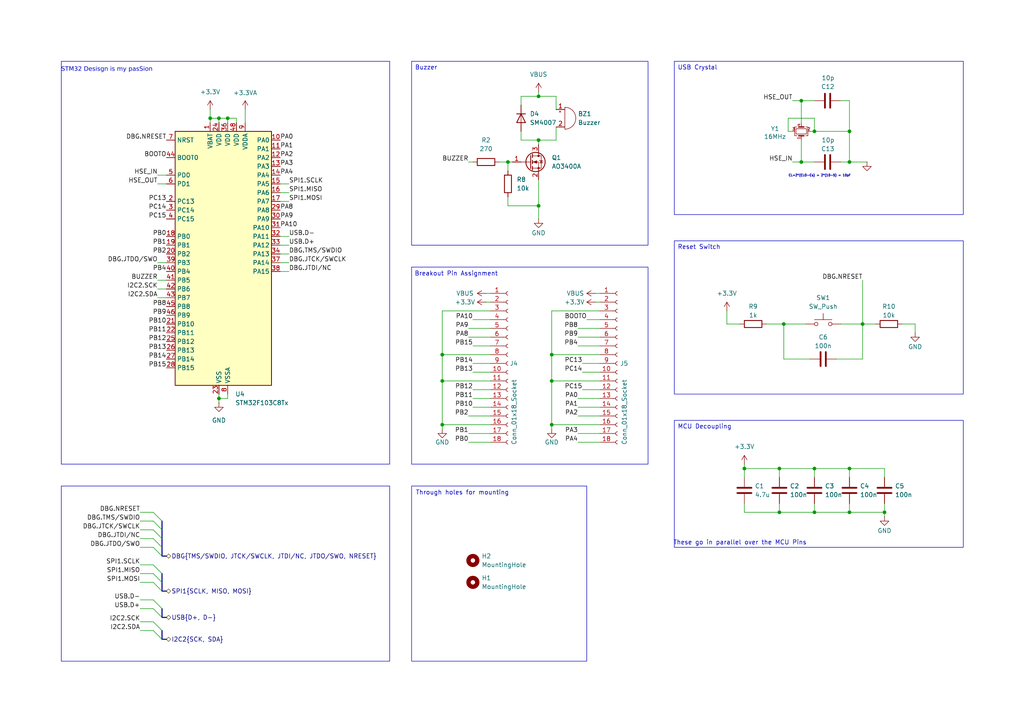
<source format=kicad_sch>
(kicad_sch (version 20231120) (generator "eeschema") (generator_version "8.0")
  (paper "A4")
  (lib_symbols
    (symbol "Connector:Conn_01x18_Socket" (pin_names (offset 1.016) hide)
      (property "Reference" "J" (at 0 22.86 0))
      (property "Value" "Conn_01x18_Socket" (at 0 -25.4 0))
      (symbol "Conn_01x18_Socket_1_1"
        (arc (start 0 -22.352) (mid -0.5058 -22.86) (end 0 -23.368) (stroke (width 0.1524)))
        (arc (start 0 -19.812) (mid -0.5058 -20.32) (end 0 -20.828) (stroke (width 0.1524)))
        (arc (start 0 -17.272) (mid -0.5058 -17.78) (end 0 -18.288) (stroke (width 0.1524)))
        (arc (start 0 -14.732) (mid -0.5058 -15.24) (end 0 -15.748) (stroke (width 0.1524)))
        (arc (start 0 -12.192) (mid -0.5058 -12.7) (end 0 -13.208) (stroke (width 0.1524)))
        (arc (start 0 -9.652) (mid -0.5058 -10.16) (end 0 -10.668) (stroke (width 0.1524)))
        (arc (start 0 -7.112) (mid -0.5058 -7.62) (end 0 -8.128) (stroke (width 0.1524)))
        (arc (start 0 -4.572) (mid -0.5058 -5.08) (end 0 -5.588) (stroke (width 0.1524)))
        (arc (start 0 -2.032) (mid -0.5058 -2.54) (end 0 -3.048) (stroke (width 0.1524)))
        (polyline (pts (xy -1.27 -22.86) (xy -0.508 -22.86)) (stroke (width 0.1524)))
        (polyline (pts (xy -1.27 -20.32) (xy -0.508 -20.32)) (stroke (width 0.1524)))
        (polyline (pts (xy -1.27 -17.78) (xy -0.508 -17.78)) (stroke (width 0.1524)))
        (polyline (pts (xy -1.27 -15.24) (xy -0.508 -15.24)) (stroke (width 0.1524)))
        (polyline (pts (xy -1.27 -12.7) (xy -0.508 -12.7)) (stroke (width 0.1524)))
        (polyline (pts (xy -1.27 -10.16) (xy -0.508 -10.16)) (stroke (width 0.1524)))
        (polyline (pts (xy -1.27 -7.62) (xy -0.508 -7.62)) (stroke (width 0.1524)))
        (polyline (pts (xy -1.27 -5.08) (xy -0.508 -5.08)) (stroke (width 0.1524)))
        (polyline (pts (xy -1.27 -2.54) (xy -0.508 -2.54)) (stroke (width 0.1524)))
        (polyline (pts (xy -1.27 0) (xy -0.508 0)) (stroke (width 0.1524)))
        (polyline (pts (xy -1.27 2.54) (xy -0.508 2.54)) (stroke (width 0.1524)))
        (polyline (pts (xy -1.27 5.08) (xy -0.508 5.08)) (stroke (width 0.1524)))
        (polyline (pts (xy -1.27 7.62) (xy -0.508 7.62)) (stroke (width 0.1524)))
        (polyline (pts (xy -1.27 10.16) (xy -0.508 10.16)) (stroke (width 0.1524)))
        (polyline (pts (xy -1.27 12.7) (xy -0.508 12.7)) (stroke (width 0.1524)))
        (polyline (pts (xy -1.27 15.24) (xy -0.508 15.24)) (stroke (width 0.1524)))
        (polyline (pts (xy -1.27 17.78) (xy -0.508 17.78)) (stroke (width 0.1524)))
        (polyline (pts (xy -1.27 20.32) (xy -0.508 20.32)) (stroke (width 0.1524)))
        (arc (start 0 0.508) (mid -0.5058 0) (end 0 -0.508) (stroke (width 0.1524)))
        (arc (start 0 3.048) (mid -0.5058 2.54) (end 0 2.032) (stroke (width 0.1524)))
        (arc (start 0 5.588) (mid -0.5058 5.08) (end 0 4.572) (stroke (width 0.1524)))
        (arc (start 0 8.128) (mid -0.5058 7.62) (end 0 7.112) (stroke (width 0.1524)))
        (arc (start 0 10.668) (mid -0.5058 10.16) (end 0 9.652) (stroke (width 0.1524)))
        (arc (start 0 13.208) (mid -0.5058 12.7) (end 0 12.192) (stroke (width 0.1524)))
        (arc (start 0 15.748) (mid -0.5058 15.24) (end 0 14.732) (stroke (width 0.1524)))
        (arc (start 0 18.288) (mid -0.5058 17.78) (end 0 17.272) (stroke (width 0.1524)))
        (arc (start 0 20.828) (mid -0.5058 20.32) (end 0 19.812) (stroke (width 0.1524)))
        (pin passive line (at -5.08 20.32 0) (length 3.81) (name "Pin_1") (number "1"))
        (pin passive line (at -5.08 -2.54 0) (length 3.81) (name "Pin_10") (number "10"))
        (pin passive line (at -5.08 -5.08 0) (length 3.81) (name "Pin_11") (number "11"))
        (pin passive line (at -5.08 -7.62 0) (length 3.81) (name "Pin_12") (number "12"))
        (pin passive line (at -5.08 -10.16 0) (length 3.81) (name "Pin_13") (number "13"))
        (pin passive line (at -5.08 -12.7 0) (length 3.81) (name "Pin_14") (number "14"))
        (pin passive line (at -5.08 -15.24 0) (length 3.81) (name "Pin_15") (number "15"))
        (pin passive line (at -5.08 -17.78 0) (length 3.81) (name "Pin_16") (number "16"))
        (pin passive line (at -5.08 -20.32 0) (length 3.81) (name "Pin_17") (number "17"))
        (pin passive line (at -5.08 -22.86 0) (length 3.81) (name "Pin_18") (number "18"))
        (pin passive line (at -5.08 17.78 0) (length 3.81) (name "Pin_2") (number "2"))
        (pin passive line (at -5.08 15.24 0) (length 3.81) (name "Pin_3") (number "3"))
        (pin passive line (at -5.08 12.7 0) (length 3.81) (name "Pin_4") (number "4"))
        (pin passive line (at -5.08 10.16 0) (length 3.81) (name "Pin_5") (number "5"))
        (pin passive line (at -5.08 7.62 0) (length 3.81) (name "Pin_6") (number "6"))
        (pin passive line (at -5.08 5.08 0) (length 3.81) (name "Pin_7") (number "7"))
        (pin passive line (at -5.08 2.54 0) (length 3.81) (name "Pin_8") (number "8"))
        (pin passive line (at -5.08 0 0) (length 3.81) (name "Pin_9") (number "9"))
      )
    )
    (symbol "Device:Buzzer" (pin_names (offset 0.0254) hide)
      (property "Reference" "BZ" (at 3.81 1.27 0))
      (property "Value" "Buzzer" (at 3.81 -1.27 0))
      (symbol "Buzzer_0_1"
        (arc (start 0 -3.175) (mid 3.1612 0) (end 0 3.175))
        (polyline (pts (xy -1.651 1.905) (xy -1.143 1.905)))
        (polyline (pts (xy -1.397 2.159) (xy -1.397 1.651)))
        (polyline (pts (xy 0 3.175) (xy 0 -3.175)))
      )
      (symbol "Buzzer_1_1"
        (pin passive line (at -2.54 2.54 0) (length 2.54) (name "+") (number "1"))
        (pin passive line (at -2.54 -2.54 0) (length 2.54) (name "-") (number "2"))
      )
    )
    (symbol "Device:C" (pin_numbers hide) (pin_names (offset 0.254))
      (property "Reference" "C" (at 0.635 2.54 0))
      (property "Value" "C" (at 0.635 -2.54 0))
      (symbol "C_0_1"
        (polyline (pts (xy -2.032 -0.762) (xy 2.032 -0.762)) (stroke (width 0.508)))
        (polyline (pts (xy -2.032 0.762) (xy 2.032 0.762)) (stroke (width 0.508)))
      )
      (symbol "C_1_1"
        (pin passive line (at 0 3.81 270) (length 2.794) (name "~") (number "1"))
        (pin passive line (at 0 -3.81 90) (length 2.794) (name "~") (number "2"))
      )
    )
    (symbol "Device:Crystal_GND23_Small" (pin_names (offset 1.016) hide)
      (property "Reference" "Y" (at 1.27 4.445 0))
      (property "Value" "Crystal_GND23_Small" (at 1.27 2.54 0))
      (symbol "Crystal_GND23_Small_0_1"
        (rectangle (start -0.762 -1.524) (end 0.762 1.524))
        (polyline (pts (xy -1.27 -0.762) (xy -1.27 0.762)) (stroke (width 0.381)))
        (polyline (pts (xy 1.27 -0.762) (xy 1.27 0.762)) (stroke (width 0.381)))
        (polyline (pts (xy -1.27 -1.27) (xy -1.27 -1.905) (xy 1.27 -1.905) (xy 1.27 -1.27)))
        (polyline (pts (xy -1.27 1.27) (xy -1.27 1.905) (xy 1.27 1.905) (xy 1.27 1.27)))
      )
      (symbol "Crystal_GND23_Small_1_1"
        (pin passive line (at -2.54 0 0) (length 1.27) (name "1") (number "1"))
        (pin passive line (at 0 -2.54 90) (length 0.635) (name "2") (number "2"))
        (pin passive line (at 0 2.54 270) (length 0.635) (name "3") (number "3"))
        (pin passive line (at 2.54 0 180) (length 1.27) (name "4") (number "4"))
      )
    )
    (symbol "Device:R" (pin_numbers hide) (pin_names (offset 0))
      (property "Reference" "R" (at 2.032 0 90))
      (property "Value" "R" (at 0 0 90))
      (symbol "R_0_1"
        (rectangle (start -1.016 -2.54) (end 1.016 2.54) (stroke (width 0.254)))
      )
      (symbol "R_1_1"
        (pin passive line (at 0 3.81 270) (length 1.27) (name "~") (number "1"))
        (pin passive line (at 0 -3.81 90) (length 1.27) (name "~") (number "2"))
      )
    )
    (symbol "Diode:SM4007" (pin_numbers hide) (pin_names hide)
      (property "Reference" "D" (at 0 2.54 0))
      (property "Value" "SM4007" (at 0 -2.54 0))
      (symbol "SM4007_0_1"
        (polyline (pts (xy -1.27 1.27) (xy -1.27 -1.27)) (stroke (width 0.254)))
        (polyline (pts (xy 1.27 0) (xy -1.27 0)))
        (polyline (pts (xy 1.27 1.27) (xy 1.27 -1.27) (xy -1.27 0) (xy 1.27 1.27)) (stroke (width 0.254)))
      )
      (symbol "SM4007_1_1"
        (pin passive line (at -3.81 0 0) (length 2.54) (name "K") (number "1"))
        (pin passive line (at 3.81 0 180) (length 2.54) (name "A") (number "2"))
      )
    )
    (symbol "MCU_ST_STM32F1:STM32F103C8Tx"
      (property "Reference" "U" (at -12.7 39.37 0))
      (property "Value" "STM32F103C8Tx" (at 10.16 39.37 0))
      (symbol "STM32F103C8Tx_0_1"
        (rectangle (start -12.7 -35.56) (end 15.24 38.1) (stroke (width 0.254)) (fill (type background)))
      )
      (symbol "STM32F103C8Tx_1_1"
        (pin power_in line (at -2.54 40.64 270) (length 2.54) (name "VBAT") (number "1"))
        (pin bidirectional line (at 17.78 35.56 180) (length 2.54) (name "PA0") (number "10"))
        (pin bidirectional line (at 17.78 33.02 180) (length 2.54) (name "PA1") (number "11"))
        (pin bidirectional line (at 17.78 30.48 180) (length 2.54) (name "PA2") (number "12"))
        (pin bidirectional line (at 17.78 27.94 180) (length 2.54) (name "PA3") (number "13"))
        (pin bidirectional line (at 17.78 25.4 180) (length 2.54) (name "PA4") (number "14"))
        (pin bidirectional line (at 17.78 22.86 180) (length 2.54) (name "PA5") (number "15"))
        (pin bidirectional line (at 17.78 20.32 180) (length 2.54) (name "PA6") (number "16"))
        (pin bidirectional line (at 17.78 17.78 180) (length 2.54) (name "PA7") (number "17"))
        (pin bidirectional line (at -15.24 7.62 0) (length 2.54) (name "PB0") (number "18"))
        (pin bidirectional line (at -15.24 5.08 0) (length 2.54) (name "PB1") (number "19"))
        (pin bidirectional line (at -15.24 17.78 0) (length 2.54) (name "PC13") (number "2"))
        (pin bidirectional line (at -15.24 2.54 0) (length 2.54) (name "PB2") (number "20"))
        (pin bidirectional line (at -15.24 -17.78 0) (length 2.54) (name "PB10") (number "21"))
        (pin bidirectional line (at -15.24 -20.32 0) (length 2.54) (name "PB11") (number "22"))
        (pin power_in line (at 0 -38.1 90) (length 2.54) (name "VSS") (number "23"))
        (pin power_in line (at 0 40.64 270) (length 2.54) (name "VDD") (number "24"))
        (pin bidirectional line (at -15.24 -22.86 0) (length 2.54) (name "PB12") (number "25"))
        (pin bidirectional line (at -15.24 -25.4 0) (length 2.54) (name "PB13") (number "26"))
        (pin bidirectional line (at -15.24 -27.94 0) (length 2.54) (name "PB14") (number "27"))
        (pin bidirectional line (at -15.24 -30.48 0) (length 2.54) (name "PB15") (number "28"))
        (pin bidirectional line (at 17.78 15.24 180) (length 2.54) (name "PA8") (number "29"))
        (pin bidirectional line (at -15.24 15.24 0) (length 2.54) (name "PC14") (number "3"))
        (pin bidirectional line (at 17.78 12.7 180) (length 2.54) (name "PA9") (number "30"))
        (pin bidirectional line (at 17.78 10.16 180) (length 2.54) (name "PA10") (number "31"))
        (pin bidirectional line (at 17.78 7.62 180) (length 2.54) (name "PA11") (number "32"))
        (pin bidirectional line (at 17.78 5.08 180) (length 2.54) (name "PA12") (number "33"))
        (pin bidirectional line (at 17.78 2.54 180) (length 2.54) (name "PA13") (number "34"))
        (pin passive line (at 0 -38.1 90) (length 2.54) hide (name "VSS") (number "35"))
        (pin power_in line (at 2.54 40.64 270) (length 2.54) (name "VDD") (number "36"))
        (pin bidirectional line (at 17.78 0 180) (length 2.54) (name "PA14") (number "37"))
        (pin bidirectional line (at 17.78 -2.54 180) (length 2.54) (name "PA15") (number "38"))
        (pin bidirectional line (at -15.24 0 0) (length 2.54) (name "PB3") (number "39"))
        (pin bidirectional line (at -15.24 12.7 0) (length 2.54) (name "PC15") (number "4"))
        (pin bidirectional line (at -15.24 -2.54 0) (length 2.54) (name "PB4") (number "40"))
        (pin bidirectional line (at -15.24 -5.08 0) (length 2.54) (name "PB5") (number "41"))
        (pin bidirectional line (at -15.24 -7.62 0) (length 2.54) (name "PB6") (number "42"))
        (pin bidirectional line (at -15.24 -10.16 0) (length 2.54) (name "PB7") (number "43"))
        (pin input line (at -15.24 30.48 0) (length 2.54) (name "BOOT0") (number "44"))
        (pin bidirectional line (at -15.24 -12.7 0) (length 2.54) (name "PB8") (number "45"))
        (pin bidirectional line (at -15.24 -15.24 0) (length 2.54) (name "PB9") (number "46"))
        (pin passive line (at 0 -38.1 90) (length 2.54) hide (name "VSS") (number "47"))
        (pin power_in line (at 5.08 40.64 270) (length 2.54) (name "VDD") (number "48"))
        (pin bidirectional line (at -15.24 25.4 0) (length 2.54) (name "PD0") (number "5"))
        (pin bidirectional line (at -15.24 22.86 0) (length 2.54) (name "PD1") (number "6"))
        (pin input line (at -15.24 35.56 0) (length 2.54) (name "NRST") (number "7"))
        (pin power_in line (at 2.54 -38.1 90) (length 2.54) (name "VSSA") (number "8"))
        (pin power_in line (at 7.62 40.64 270) (length 2.54) (name "VDDA") (number "9"))
      )
    )
    (symbol "Mechanical:MountingHole" (pin_names (offset 1.016)) (exclude_from_sim yes) (in_bom no)
      (property "Reference" "H" (at 0 5.08 0))
      (property "Value" "MountingHole" (at 0 3.175 0))
      (symbol "MountingHole_0_1"
        (circle (center 0 0) (radius 1.27) (stroke (width 1.27)))
      )
    )
    (symbol "Switch:SW_Push" (pin_numbers hide) (pin_names (offset 1.016) hide)
      (property "Reference" "SW" (at 1.27 2.54 0))
      (property "Value" "SW_Push" (at 0 -1.524 0))
      (symbol "SW_Push_0_1"
        (circle (center -2.032 0) (radius 0.508))
        (polyline (pts (xy 0 1.27) (xy 0 3.048)))
        (polyline (pts (xy 2.54 1.27) (xy -2.54 1.27)))
        (circle (center 2.032 0) (radius 0.508))
        (pin passive line (at -5.08 0 0) (length 2.54) (name "1") (number "1"))
        (pin passive line (at 5.08 0 180) (length 2.54) (name "2") (number "2"))
      )
    )
    (symbol "Transistor_FET:AO3400A" (pin_names hide)
      (property "Reference" "Q" (at 5.08 1.905 0))
      (property "Value" "AO3400A" (at 5.08 0 0))
      (symbol "AO3400A_0_1"
        (polyline (pts (xy 0.254 0) (xy -2.54 0)))
        (polyline (pts (xy 0.254 1.905) (xy 0.254 -1.905)) (stroke (width 0.254)))
        (polyline (pts (xy 0.762 -1.27) (xy 0.762 -2.286)) (stroke (width 0.254)))
        (polyline (pts (xy 0.762 0.508) (xy 0.762 -0.508)) (stroke (width 0.254)))
        (polyline (pts (xy 0.762 2.286) (xy 0.762 1.27)) (stroke (width 0.254)))
        (polyline (pts (xy 2.54 2.54) (xy 2.54 1.778)))
        (polyline (pts (xy 2.54 -2.54) (xy 2.54 0) (xy 0.762 0)))
        (polyline (pts (xy 0.762 -1.778) (xy 3.302 -1.778) (xy 3.302 1.778) (xy 0.762 1.778)))
        (polyline (pts (xy 1.016 0) (xy 2.032 0.381) (xy 2.032 -0.381) (xy 1.016 0)) (fill (type outline)))
        (polyline (pts (xy 2.794 0.508) (xy 2.921 0.381) (xy 3.683 0.381) (xy 3.81 0.254)))
        (polyline (pts (xy 3.302 0.381) (xy 2.921 -0.254) (xy 3.683 -0.254) (xy 3.302 0.381)))
        (circle (center 1.651 0) (radius 2.794) (stroke (width 0.254)))
        (circle (center 2.54 -1.778) (radius 0.254) (fill (type outline)))
        (circle (center 2.54 1.778) (radius 0.254) (fill (type outline)))
      )
      (symbol "AO3400A_1_1"
        (pin input line (at -5.08 0 0) (length 2.54) (name "G") (number "1"))
        (pin passive line (at 2.54 -5.08 90) (length 2.54) (name "S") (number "2"))
        (pin passive line (at 2.54 5.08 270) (length 2.54) (name "D") (number "3"))
      )
    )
    (symbol "power:+3.3V" (power) (pin_numbers hide) (pin_names (offset 0) hide)
      (property "Value" "+3.3V" (at 0 3.556 0))
      (symbol "+3.3V_0_1"
        (polyline (pts (xy -0.762 1.27) (xy 0 2.54)))
        (polyline (pts (xy 0 0) (xy 0 2.54)))
        (polyline (pts (xy 0 2.54) (xy 0.762 1.27)))
      )
      (symbol "+3.3V_1_1"
        (pin power_in line (at 0 0 90) (length 0) (name "~") (number "1"))
      )
    )
    (symbol "power:+3.3VA" (power) (pin_numbers hide) (pin_names (offset 0) hide)
      (property "Value" "+3.3VA" (at 0 3.556 0))
      (symbol "+3.3VA_0_1"
        (polyline (pts (xy -0.762 1.27) (xy 0 2.54)))
        (polyline (pts (xy 0 0) (xy 0 2.54)))
        (polyline (pts (xy 0 2.54) (xy 0.762 1.27)))
      )
      (symbol "+3.3VA_1_1"
        (pin power_in line (at 0 0 90) (length 0) (name "~") (number "1"))
      )
    )
    (symbol "power:+3V3" (power) (pin_numbers hide) (pin_names (offset 0) hide)
      (property "Value" "+3V3" (at 0 3.556 0))
      (symbol "+3V3_0_1"
        (polyline (pts (xy -0.762 1.27) (xy 0 2.54)))
        (polyline (pts (xy 0 0) (xy 0 2.54)))
        (polyline (pts (xy 0 2.54) (xy 0.762 1.27)))
      )
      (symbol "+3V3_1_1"
        (pin power_in line (at 0 0 90) (length 0) (name "~") (number "1"))
      )
    )
    (symbol "power:GND" (power) (pin_numbers hide) (pin_names (offset 0) hide)
      (property "Value" "GND" (at 0 -3.81 0))
      (symbol "GND_0_1"
        (polyline (pts (xy 0 0) (xy 0 -1.27) (xy 1.27 -1.27) (xy 0 -2.54) (xy -1.27 -1.27) (xy 0 -1.27)))
      )
      (symbol "GND_1_1"
        (pin power_in line (at 0 0 270) (length 0) (name "~") (number "1"))
      )
    )
    (symbol "power:VBUS" (power) (pin_numbers hide) (pin_names (offset 0) hide)
      (property "Value" "VBUS" (at 0 3.556 0))
      (symbol "VBUS_0_1"
        (polyline (pts (xy -0.762 1.27) (xy 0 2.54)))
        (polyline (pts (xy 0 0) (xy 0 2.54)))
        (polyline (pts (xy 0 2.54) (xy 0.762 1.27)))
      )
      (symbol "VBUS_1_1"
        (pin power_in line (at 0 0 90) (length 0) (name "~") (number "1"))
      )
    )
  )
  (junction (at 246.38 46.99))
  (junction (at 160.02 110.49))
  (junction (at 63.5 115.57))
  (junction (at 236.22 38.1))
  (junction (at 63.5 34.29))
  (junction (at 226.06 148.59))
  (junction (at 256.54 148.59))
  (junction (at 215.9 135.89))
  (junction (at 246.38 135.89))
  (junction (at 66.04 34.29))
  (junction (at 246.38 38.1))
  (junction (at 128.27 110.49))
  (junction (at 128.27 123.19))
  (junction (at 60.96 34.29))
  (junction (at 156.21 59.69))
  (junction (at 160.02 123.19))
  (junction (at 156.21 40.64))
  (junction (at 236.22 135.89))
  (junction (at 160.02 102.87))
  (junction (at 128.27 102.87))
  (junction (at 250.19 93.98))
  (junction (at 232.41 29.21))
  (junction (at 156.21 27.94))
  (junction (at 246.38 148.59))
  (junction (at 236.22 148.59))
  (junction (at 226.06 135.89))
  (junction (at 147.32 46.99))
  (junction (at 232.41 46.99))
  (junction (at 227.33 93.98))
  (bus_entry (at 44.45 182.88) (size 2.54 2.54))
  (bus_entry (at 44.45 180.34) (size 2.54 2.54))
  (bus_entry (at 44.45 156.21) (size 2.54 2.54))
  (bus_entry (at 44.45 148.59) (size 2.54 2.54))
  (bus_entry (at 44.45 168.91) (size 2.54 2.54))
  (bus_entry (at 44.45 151.13) (size 2.54 2.54))
  (bus_entry (at 44.45 163.83) (size 2.54 2.54))
  (bus_entry (at 44.45 158.75) (size 2.54 2.54))
  (bus_entry (at 44.45 153.67) (size 2.54 2.54))
  (bus_entry (at 44.45 176.53) (size 2.54 2.54))
  (bus_entry (at 44.45 166.37) (size 2.54 2.54))
  (bus_entry (at 44.45 173.99) (size 2.54 2.54))
  (wire (pts (xy 151.13 30.48) (xy 151.13 27.94)))
  (bus (pts (xy 46.99 151.13) (xy 46.99 153.67)))
  (wire (pts (xy 226.06 135.89) (xy 226.06 138.43)))
  (wire (pts (xy 140.97 85.09) (xy 142.24 85.09)))
  (wire (pts (xy 232.41 29.21) (xy 236.22 29.21)))
  (wire (pts (xy 226.06 148.59) (xy 215.9 148.59)))
  (wire (pts (xy 45.72 76.2) (xy 48.26 76.2)))
  (wire (pts (xy 135.89 97.79) (xy 142.24 97.79)))
  (wire (pts (xy 250.19 93.98) (xy 254 93.98)))
  (wire (pts (xy 161.29 40.64) (xy 161.29 36.83)))
  (wire (pts (xy 81.28 58.42) (xy 83.82 58.42)))
  (wire (pts (xy 147.32 59.69) (xy 147.32 57.15)))
  (wire (pts (xy 160.02 102.87) (xy 160.02 110.49)))
  (wire (pts (xy 128.27 90.17) (xy 128.27 102.87)))
  (wire (pts (xy 161.29 31.75) (xy 161.29 27.94)))
  (wire (pts (xy 242.57 104.14) (xy 250.19 104.14)))
  (wire (pts (xy 160.02 90.17) (xy 160.02 102.87)))
  (wire (pts (xy 232.41 46.99) (xy 232.41 40.64)))
  (wire (pts (xy 228.6 34.29) (xy 236.22 34.29)))
  (wire (pts (xy 210.82 93.98) (xy 214.63 93.98)))
  (wire (pts (xy 71.12 31.75) (xy 71.12 35.56)))
  (wire (pts (xy 137.16 92.71) (xy 142.24 92.71)))
  (wire (pts (xy 40.64 168.91) (xy 44.45 168.91)))
  (wire (pts (xy 167.64 115.57) (xy 173.99 115.57)))
  (bus (pts (xy 46.99 168.91) (xy 46.99 171.45)))
  (bus (pts (xy 46.99 156.21) (xy 46.99 158.75)))
  (wire (pts (xy 40.64 173.99) (xy 44.45 173.99)))
  (wire (pts (xy 147.32 49.53) (xy 147.32 46.99)))
  (wire (pts (xy 236.22 135.89) (xy 236.22 138.43)))
  (wire (pts (xy 250.19 104.14) (xy 250.19 93.98)))
  (wire (pts (xy 137.16 107.95) (xy 142.24 107.95)))
  (wire (pts (xy 40.64 153.67) (xy 44.45 153.67)))
  (wire (pts (xy 265.43 93.98) (xy 265.43 96.52)))
  (wire (pts (xy 167.64 97.79) (xy 173.99 97.79)))
  (wire (pts (xy 128.27 123.19) (xy 142.24 123.19)))
  (wire (pts (xy 215.9 148.59) (xy 215.9 146.05)))
  (wire (pts (xy 160.02 123.19) (xy 173.99 123.19)))
  (wire (pts (xy 236.22 146.05) (xy 236.22 148.59)))
  (bus (pts (xy 46.99 182.88) (xy 46.99 185.42)))
  (wire (pts (xy 81.28 53.34) (xy 83.82 53.34)))
  (bus (pts (xy 46.99 161.29) (xy 48.26 161.29)))
  (wire (pts (xy 226.06 146.05) (xy 226.06 148.59)))
  (wire (pts (xy 137.16 100.33) (xy 142.24 100.33)))
  (wire (pts (xy 135.89 120.65) (xy 142.24 120.65)))
  (wire (pts (xy 40.64 151.13) (xy 44.45 151.13)))
  (wire (pts (xy 236.22 135.89) (xy 226.06 135.89)))
  (wire (pts (xy 246.38 29.21) (xy 246.38 38.1)))
  (wire (pts (xy 40.64 176.53) (xy 44.45 176.53)))
  (wire (pts (xy 215.9 138.43) (xy 215.9 135.89)))
  (wire (pts (xy 167.64 100.33) (xy 173.99 100.33)))
  (wire (pts (xy 81.28 76.2) (xy 83.82 76.2)))
  (wire (pts (xy 40.64 156.21) (xy 44.45 156.21)))
  (wire (pts (xy 234.95 104.14) (xy 227.33 104.14)))
  (wire (pts (xy 256.54 138.43) (xy 256.54 135.89)))
  (wire (pts (xy 168.91 113.03) (xy 173.99 113.03)))
  (wire (pts (xy 222.25 93.98) (xy 227.33 93.98)))
  (wire (pts (xy 40.64 158.75) (xy 44.45 158.75)))
  (wire (pts (xy 128.27 123.19) (xy 128.27 124.46)))
  (wire (pts (xy 246.38 38.1) (xy 246.38 46.99)))
  (wire (pts (xy 81.28 68.58) (xy 83.82 68.58)))
  (wire (pts (xy 228.6 38.1) (xy 228.6 34.29)))
  (wire (pts (xy 140.97 87.63) (xy 142.24 87.63)))
  (bus (pts (xy 46.99 153.67) (xy 46.99 156.21)))
  (wire (pts (xy 66.04 114.3) (xy 66.04 115.57)))
  (wire (pts (xy 66.04 34.29) (xy 66.04 35.56)))
  (wire (pts (xy 63.5 34.29) (xy 66.04 34.29)))
  (bus (pts (xy 46.99 166.37) (xy 46.99 168.91)))
  (wire (pts (xy 128.27 110.49) (xy 142.24 110.49)))
  (wire (pts (xy 160.02 90.17) (xy 173.99 90.17)))
  (wire (pts (xy 128.27 90.17) (xy 142.24 90.17)))
  (wire (pts (xy 160.02 102.87) (xy 173.99 102.87)))
  (bus (pts (xy 46.99 158.75) (xy 46.99 161.29)))
  (wire (pts (xy 63.5 115.57) (xy 63.5 116.84)))
  (wire (pts (xy 45.72 86.36) (xy 48.26 86.36)))
  (wire (pts (xy 261.62 93.98) (xy 265.43 93.98)))
  (wire (pts (xy 40.64 148.59) (xy 44.45 148.59)))
  (wire (pts (xy 128.27 110.49) (xy 128.27 123.19)))
  (wire (pts (xy 63.5 34.29) (xy 63.5 35.56)))
  (wire (pts (xy 226.06 135.89) (xy 215.9 135.89)))
  (wire (pts (xy 160.02 123.19) (xy 160.02 124.46)))
  (wire (pts (xy 167.64 125.73) (xy 173.99 125.73)))
  (wire (pts (xy 168.91 105.41) (xy 173.99 105.41)))
  (wire (pts (xy 232.41 35.56) (xy 232.41 29.21)))
  (wire (pts (xy 81.28 71.12) (xy 83.82 71.12)))
  (wire (pts (xy 128.27 102.87) (xy 142.24 102.87)))
  (wire (pts (xy 135.89 125.73) (xy 142.24 125.73)))
  (wire (pts (xy 227.33 104.14) (xy 227.33 93.98)))
  (wire (pts (xy 168.91 107.95) (xy 173.99 107.95)))
  (wire (pts (xy 256.54 135.89) (xy 246.38 135.89)))
  (wire (pts (xy 81.28 78.74) (xy 83.82 78.74)))
  (wire (pts (xy 147.32 46.99) (xy 148.59 46.99)))
  (wire (pts (xy 135.89 128.27) (xy 142.24 128.27)))
  (wire (pts (xy 236.22 148.59) (xy 226.06 148.59)))
  (wire (pts (xy 160.02 110.49) (xy 173.99 110.49)))
  (bus (pts (xy 48.26 171.45) (xy 46.99 171.45)))
  (wire (pts (xy 137.16 118.11) (xy 142.24 118.11)))
  (wire (pts (xy 137.16 113.03) (xy 142.24 113.03)))
  (wire (pts (xy 156.21 27.94) (xy 156.21 26.67)))
  (wire (pts (xy 147.32 59.69) (xy 156.21 59.69)))
  (wire (pts (xy 40.64 182.88) (xy 44.45 182.88)))
  (wire (pts (xy 167.64 95.25) (xy 173.99 95.25)))
  (wire (pts (xy 246.38 148.59) (xy 236.22 148.59)))
  (wire (pts (xy 172.72 85.09) (xy 173.99 85.09)))
  (wire (pts (xy 246.38 135.89) (xy 246.38 138.43)))
  (wire (pts (xy 246.38 46.99) (xy 243.84 46.99)))
  (wire (pts (xy 243.84 93.98) (xy 250.19 93.98)))
  (wire (pts (xy 236.22 34.29) (xy 236.22 38.1)))
  (wire (pts (xy 40.64 163.83) (xy 44.45 163.83)))
  (wire (pts (xy 66.04 34.29) (xy 68.58 34.29)))
  (wire (pts (xy 156.21 52.07) (xy 156.21 59.69)))
  (wire (pts (xy 40.64 180.34) (xy 44.45 180.34)))
  (wire (pts (xy 66.04 115.57) (xy 63.5 115.57)))
  (wire (pts (xy 45.72 83.82) (xy 48.26 83.82)))
  (wire (pts (xy 246.38 135.89) (xy 236.22 135.89)))
  (wire (pts (xy 215.9 134.62) (xy 215.9 135.89)))
  (wire (pts (xy 227.33 93.98) (xy 233.68 93.98)))
  (wire (pts (xy 144.78 46.99) (xy 147.32 46.99)))
  (wire (pts (xy 256.54 146.05) (xy 256.54 148.59)))
  (wire (pts (xy 137.16 105.41) (xy 142.24 105.41)))
  (wire (pts (xy 167.64 118.11) (xy 173.99 118.11)))
  (wire (pts (xy 246.38 146.05) (xy 246.38 148.59)))
  (wire (pts (xy 156.21 40.64) (xy 156.21 41.91)))
  (wire (pts (xy 60.96 34.29) (xy 63.5 34.29)))
  (wire (pts (xy 160.02 110.49) (xy 160.02 123.19)))
  (wire (pts (xy 167.64 120.65) (xy 173.99 120.65)))
  (wire (pts (xy 81.28 73.66) (xy 83.82 73.66)))
  (wire (pts (xy 68.58 34.29) (xy 68.58 35.56)))
  (wire (pts (xy 236.22 38.1) (xy 246.38 38.1)))
  (wire (pts (xy 45.72 50.8) (xy 48.26 50.8)))
  (wire (pts (xy 137.16 115.57) (xy 142.24 115.57)))
  (wire (pts (xy 135.89 46.99) (xy 137.16 46.99)))
  (wire (pts (xy 170.18 92.71) (xy 173.99 92.71)))
  (bus (pts (xy 46.99 176.53) (xy 46.99 179.07)))
  (wire (pts (xy 229.87 29.21) (xy 232.41 29.21)))
  (wire (pts (xy 81.28 55.88) (xy 83.82 55.88)))
  (wire (pts (xy 250.19 93.98) (xy 250.19 81.28)))
  (bus (pts (xy 48.26 179.07) (xy 46.99 179.07)))
  (wire (pts (xy 156.21 63.5) (xy 156.21 59.69)))
  (wire (pts (xy 234.95 38.1) (xy 236.22 38.1)))
  (wire (pts (xy 40.64 166.37) (xy 44.45 166.37)))
  (wire (pts (xy 151.13 38.1) (xy 151.13 40.64)))
  (wire (pts (xy 156.21 40.64) (xy 161.29 40.64)))
  (wire (pts (xy 135.89 95.25) (xy 142.24 95.25)))
  (wire (pts (xy 167.64 128.27) (xy 173.99 128.27)))
  (wire (pts (xy 243.84 29.21) (xy 246.38 29.21)))
  (wire (pts (xy 229.87 38.1) (xy 228.6 38.1)))
  (wire (pts (xy 246.38 46.99) (xy 251.46 46.99)))
  (wire (pts (xy 45.72 53.34) (xy 48.26 53.34)))
  (wire (pts (xy 151.13 40.64) (xy 156.21 40.64)))
  (wire (pts (xy 232.41 46.99) (xy 236.22 46.99)))
  (wire (pts (xy 60.96 31.75) (xy 60.96 34.29)))
  (bus (pts (xy 48.26 185.42) (xy 46.99 185.42)))
  (wire (pts (xy 45.72 81.28) (xy 48.26 81.28)))
  (wire (pts (xy 151.13 27.94) (xy 156.21 27.94)))
  (wire (pts (xy 63.5 114.3) (xy 63.5 115.57)))
  (wire (pts (xy 256.54 148.59) (xy 256.54 149.86)))
  (wire (pts (xy 172.72 87.63) (xy 173.99 87.63)))
  (wire (pts (xy 210.82 90.17) (xy 210.82 93.98)))
  (wire (pts (xy 229.87 46.99) (xy 232.41 46.99)))
  (wire (pts (xy 256.54 148.59) (xy 246.38 148.59)))
  (wire (pts (xy 60.96 34.29) (xy 60.96 35.56)))
  (wire (pts (xy 128.27 102.87) (xy 128.27 110.49)))
  (wire (pts (xy 156.21 27.94) (xy 161.29 27.94)))
  (rectangle (start 119.38 77.47) (end 187.96 134.62))
  (rectangle (start 119.38 140.97) (end 170.18 191.77))
  (rectangle (start 17.78 140.97) (end 113.03 191.77))
  (rectangle (start 17.78 17.78) (end 113.03 134.62))
  (text_box "MCU Decoupling" (at 195.58 121.92 0) (size 83.82 36.83) (effects (font (size 1.27 1.27)) (justify left top)))
  (text_box "USB Crystal" (at 195.58 17.78 0) (size 83.82 44.45) (effects (font (size 1.27 1.27)) (justify left top)))
  (text_box "Reset Switch\n" (at 195.58 69.85 0) (size 83.82 44.45) (effects (font (size 1.27 1.27)) (justify left top)))
  (text_box "Buzzer\n" (at 119.38 17.78 0) (size 68.58 53.34) (effects (font (size 1.27 1.27)) (justify left top)))
  (text "Breakout Pin Assignment\n" (at 132.334 79.502 0) (effects (font (size 1.27 1.27))))
  (text "These go in parallel over the MCU Pins" (at 214.63 157.48 0) (effects (font (size 1.27 1.27))))
  (text "CL=2*(CLO-Cs) = 2*(10-5) = 10pF" (at 237.744 51.054 0) (effects (font (size 0.635 0.635))))
  (text "STM32 Desisgn is my pasSion" (at 30.988 20.574 0) (effects (font (size 1.27 1.27))))
  (text "Through holes for mounting\n" (at 134.112 143.002 0) (effects (font (size 1.27 1.27))))
  (label "PA3" (at 81.28 48.26 0))
  (label "SPI1.MOSI" (at 83.82 58.42 0))
  (label "PA3" (at 167.64 125.73 180))
  (label "PC15" (at 168.91 113.03 180))
  (label "PC15" (at 48.26 63.5 180))
  (label "PA1" (at 167.64 118.11 180))
  (label "PA9" (at 81.28 63.5 0))
  (label "PB0" (at 48.26 68.58 180))
  (label "PB8" (at 167.64 95.25 180))
  (label "PB2" (at 135.89 120.65 180))
  (label "DBG.NRESET" (at 48.26 40.64 180))
  (label "PA10" (at 81.28 66.04 0))
  (label "PB10" (at 137.16 118.11 180))
  (label "PB9" (at 48.26 91.44 180))
  (label "DBG.JTDO{slash}SWO" (at 40.64 158.75 180))
  (label "PC14" (at 48.26 60.96 180))
  (label "PA9" (at 135.89 95.25 180))
  (label "PB10" (at 48.26 93.98 180))
  (label "PB11" (at 137.16 115.57 180))
  (label "USB.D-" (at 83.82 68.58 0))
  (label "DBG.JTDO{slash}SWO" (at 45.72 76.2 180))
  (label "PB0" (at 135.89 128.27 180))
  (label "USB.D+" (at 83.82 71.12 0))
  (label "PB14" (at 137.16 105.41 180))
  (label "PA4" (at 167.64 128.27 180))
  (label "I2C2.SDA" (at 45.72 86.36 180))
  (label "HSE_OUT" (at 45.72 53.34 180))
  (label "PA2" (at 81.28 45.72 0))
  (label "PB4" (at 48.26 78.74 180))
  (label "DBG.JTDI{slash}NC" (at 83.82 78.74 0))
  (label "PA8" (at 135.89 97.79 180))
  (label "PA8" (at 81.28 60.96 0))
  (label "BOOTO" (at 48.26 45.72 180))
  (label "PB15" (at 137.16 100.33 180))
  (label "I2C2.SDA" (at 40.64 182.88 180))
  (label "DBG.JTDI{slash}NC" (at 40.64 156.21 180))
  (label "PA1" (at 81.28 43.18 0))
  (label "PB2" (at 48.26 73.66 180))
  (label "USB.D-" (at 40.64 173.99 180))
  (label "PB11" (at 48.26 96.52 180))
  (label "DBG.NRESET" (at 40.64 148.59 180))
  (label "PB12" (at 48.26 99.06 180))
  (label "PA4" (at 81.28 50.8 0))
  (label "PC13" (at 48.26 58.42 180))
  (label "DBG.NRESET" (at 250.19 81.28 180))
  (label "USB.D+" (at 40.64 176.53 180))
  (label "SPI1.SCLK" (at 83.82 53.34 0))
  (label "PB1" (at 135.89 125.73 180))
  (label "PA2" (at 167.64 120.65 180))
  (label "BUZZER" (at 135.89 46.99 180))
  (label "PB4" (at 167.64 100.33 180))
  (label "SPI1.MOSI" (at 40.64 168.91 180))
  (label "HSE_OUT" (at 229.87 29.21 180))
  (label "PB13" (at 137.16 107.95 180))
  (label "PA0" (at 167.64 115.57 180))
  (label "DBG.TMS{slash}SWDIO" (at 40.64 151.13 180))
  (label "SPI1.MISO" (at 83.82 55.88 0))
  (label "PB8" (at 48.26 88.9 180))
  (label "DBG.JTCK{slash}SWCLK" (at 40.64 153.67 180))
  (label "PB15" (at 48.26 106.68 180))
  (label "PB14" (at 48.26 104.14 180))
  (label "I2C2.SCK" (at 40.64 180.34 180))
  (label "HSE_IN" (at 45.72 50.8 180))
  (label "PB1" (at 48.26 71.12 180))
  (label "DBG.TMS{slash}SWDIO" (at 83.82 73.66 0))
  (label "PC13" (at 168.91 105.41 180))
  (label "SPI1.MISO" (at 40.64 166.37 180))
  (label "PA0" (at 81.28 40.64 0))
  (label "DBG.JTCK{slash}SWCLK" (at 83.82 76.2 0))
  (label "BOOTO" (at 170.18 92.71 180))
  (label "PA10" (at 137.16 92.71 180))
  (label "PB9" (at 167.64 97.79 180))
  (label "SPI1.SCLK" (at 40.64 163.83 180))
  (label "I2C2.SCK" (at 45.72 83.82 180))
  (label "PB12" (at 137.16 113.03 180))
  (label "PC14" (at 168.91 107.95 180))
  (label "BUZZER" (at 45.72 81.28 180))
  (label "HSE_IN" (at 229.87 46.99 180))
  (label "PB13" (at 48.26 101.6 180))
  (hierarchical_label "SPI1{SCLK, MISO, MOSI}" (shape bidirectional) (at 48.26 171.45 0))
  (hierarchical_label "DBG{TMS{slash}SWDIO, JTCK{slash}SWCLK, JTDI{slash}NC, JTDO{slash}SWO, NRESET}" (shape bidirectional) (at 48.26 161.29 0))
  (hierarchical_label "USB{D+, D-}" (shape bidirectional) (at 48.26 179.07 0))
  (hierarchical_label "I2C2{SCK, SDA}" (shape bidirectional) (at 48.26 185.42 0))
  (symbol (lib_id "Device:C") (at 215.9 142.24 0) (unit 1)
    (property "Reference" "C1" (at 218.948 140.97 0) (effects (justify left)))
    (property "Value" "4.7u" (at 218.948 143.51 0) (effects (justify left)))
    (property "Footprint" "Capacitor_SMD:C_0603_1608Metric" (effects (hide yes)))
    (property "Description" "Unpolarized capacitor" (effects (hide yes)))
  )
  (symbol (lib_id "Mechanical:MountingHole") (at 137.16 162.56 0) (unit 1) (exclude_from_sim yes) (in_bom no)
    (property "Reference" "H2" (at 139.7 161.2899 0) (effects (justify left)))
    (property "Value" "MountingHole" (at 139.7 163.8299 0) (effects (justify left)))
    (property "Footprint" "MountingHole:MountingHole_3.2mm_M3" (effects (hide yes)))
    (property "Description" "Mounting Hole without connection" (effects (hide yes)))
  )
  (symbol (lib_id "Transistor_FET:AO3400A") (at 153.67 46.99 0) (unit 1)
    (property "Reference" "Q1" (at 160.02 45.7199 0) (effects (justify left)))
    (property "Value" "AO3400A" (at 160.02 48.2599 0) (effects (justify left)))
    (property "Footprint" "Package_TO_SOT_SMD:SOT-23" (effects (hide yes)))
    (property "Datasheet" "http://www.aosmd.com/pdfs/datasheet/AO3400A.pdf" (effects (hide yes)))
    (property "Description" "30V Vds, 5.7A Id, N-Channel MOSFET, SOT-23" (effects (hide yes)))
  )
  (symbol (lib_id "Device:R") (at 140.97 46.99 270) (unit 1)
    (property "Reference" "R2" (at 140.97 40.64 90))
    (property "Value" "270" (at 140.97 43.18 90))
    (property "Footprint" "Resistor_SMD:R_0603_1608Metric" (effects (hide yes)))
    (property "Description" "Resistor" (effects (hide yes)))
  )
  (symbol (lib_id "power:VBUS") (at 140.97 85.09 90) (unit 1)
    (property "Reference" "#PWR045" (effects (hide yes)))
    (property "Value" "VBUS" (at 137.414 85.0899 90) (effects (justify left)))
    (property "Description" "Power symbol creates a global label with name \"VBUS\"" (effects (hide yes)))
  )
  (symbol (lib_id "Switch:SW_Push") (at 238.76 93.98 0) (unit 1)
    (property "Reference" "SW1" (at 238.76 86.36 0))
    (property "Value" "SW_Push" (at 238.76 88.9 0))
    (property "Footprint" "Button_Switch_SMD:SW_Push_1P1T_XKB_TS-1187A" (effects (hide yes)))
    (property "Description" "Push button switch, generic, two pins" (effects (hide yes)))
  )
  (symbol (lib_id "Mechanical:MountingHole") (at 137.16 168.91 0) (unit 1) (exclude_from_sim yes) (in_bom no)
    (property "Reference" "H1" (at 139.7 167.6399 0) (effects (justify left)))
    (property "Value" "MountingHole" (at 139.7 170.1799 0) (effects (justify left)))
    (property "Footprint" "MountingHole:MountingHole_3.2mm_M3" (effects (hide yes)))
    (property "Description" "Mounting Hole without connection" (effects (hide yes)))
  )
  (symbol (lib_id "power:+3V3") (at 140.97 87.63 90) (unit 1)
    (property "Reference" "#PWR047" (effects (hide yes)))
    (property "Value" "+3.3V" (at 134.874 87.63 90))
    (property "Description" "Power symbol creates a global label with name \"+3V3\"" (effects (hide yes)))
  )
  (symbol (lib_id "Device:C") (at 238.76 104.14 90) (unit 1)
    (property "Reference" "C6" (at 238.76 97.79 90))
    (property "Value" "100n" (at 238.76 100.33 90))
    (property "Footprint" "Capacitor_SMD:C_0402_1005Metric" (effects (hide yes)))
    (property "Description" "Unpolarized capacitor" (effects (hide yes)))
  )
  (symbol (lib_id "Device:C") (at 236.22 142.24 0) (unit 1)
    (property "Reference" "C3" (at 239.268 140.97 0) (effects (justify left)))
    (property "Value" "100n" (at 239.268 143.51 0) (effects (justify left)))
    (property "Footprint" "Capacitor_SMD:C_0402_1005Metric" (effects (hide yes)))
    (property "Description" "Unpolarized capacitor" (effects (hide yes)))
  )
  (symbol (lib_id "Device:Crystal_GND23_Small") (at 232.41 38.1 90) (unit 1)
    (property "Reference" "Y1" (at 224.79 37.338 90))
    (property "Value" "16MHz" (at 224.79 39.624 90))
    (property "Footprint" "Crystal:Crystal_SMD_3225-4Pin_3.2x2.5mm" (effects (hide yes)))
    (property "Description" "Four pin crystal, GND on pins 2 and 3, small symbol" (effects (hide yes)))
  )
  (symbol (lib_id "power:+3.3V") (at 210.82 90.17 0) (unit 1)
    (property "Reference" "#PWR033" (effects (hide yes)))
    (property "Value" "+3.3V" (at 210.82 85.09 0))
    (property "Description" "Power symbol creates a global label with name \"+3.3V\"" (effects (hide yes)))
  )
  (symbol (lib_id "power:GND") (at 63.5 116.84 0) (unit 1)
    (property "Reference" "#PWR03" (effects (hide yes)))
    (property "Value" "GND" (at 63.5 121.92 0))
    (property "Description" "Power symbol creates a global label with name \"GND\" , ground" (effects (hide yes)))
  )
  (symbol (lib_id "Device:C") (at 256.54 142.24 0) (unit 1)
    (property "Reference" "C5" (at 259.588 140.97 0) (effects (justify left)))
    (property "Value" "100n" (at 259.588 143.51 0) (effects (justify left)))
    (property "Footprint" "Capacitor_SMD:C_0402_1005Metric" (effects (hide yes)))
    (property "Description" "Unpolarized capacitor" (effects (hide yes)))
  )
  (symbol (lib_id "Device:C") (at 240.03 29.21 90) (unit 1)
    (property "Reference" "C12" (at 242.062 25.146 90) (effects (justify left)))
    (property "Value" "10p" (at 242.062 22.606 90) (effects (justify left)))
    (property "Footprint" "Capacitor_SMD:C_0402_1005Metric" (effects (hide yes)))
    (property "Description" "Unpolarized capacitor" (effects (hide yes)))
  )
  (symbol (lib_id "power:+3.3V") (at 60.96 31.75 0) (unit 1)
    (property "Reference" "#PWR01" (effects (hide yes)))
    (property "Value" "+3.3V" (at 60.96 26.67 0))
    (property "Description" "Power symbol creates a global label with name \"+3.3V\"" (effects (hide yes)))
  )
  (symbol (lib_id "MCU_ST_STM32F1:STM32F103C8Tx") (at 63.5 76.2 0) (unit 1)
    (property "Reference" "U4" (at 68.2341 114.3 0) (effects (justify left)))
    (property "Value" "STM32F103C8Tx" (at 68.2341 116.84 0) (effects (justify left)))
    (property "Footprint" "Package_QFP:LQFP-48_7x7mm_P0.5mm" (effects (hide yes)))
    (property "Datasheet" "https://www.st.com/resource/en/datasheet/stm32f103c8.pdf" (effects (hide yes)))
    (property "Description" "STMicroelectronics Arm Cortex-M3 MCU, 64KB flash, 20KB RAM, 72 MHz, 2.0-3.6V, 37 GPIO, LQFP48" (effects (hide yes)))
  )
  (symbol (lib_id "power:VBUS") (at 156.21 26.67 0) (unit 1)
    (property "Reference" "#PWR012" (effects (hide yes)))
    (property "Value" "VBUS" (at 156.21 21.59 0))
    (property "Description" "Power symbol creates a global label with name \"VBUS\"" (effects (hide yes)))
  )
  (symbol (lib_id "power:GND") (at 251.46 46.99 0) (unit 1)
    (property "Reference" "#PWR037" (effects (hide yes)))
    (property "Value" "GND" (effects (hide yes)))
    (property "Description" "Power symbol creates a global label with name \"GND\" , ground" (effects (hide yes)))
  )
  (symbol (lib_id "Device:R") (at 218.44 93.98 90) (unit 1)
    (property "Reference" "R9" (at 218.44 88.9 90))
    (property "Value" "1k" (at 218.44 91.44 90))
    (property "Footprint" "Resistor_SMD:R_0603_1608Metric" (effects (hide yes)))
    (property "Description" "Resistor" (effects (hide yes)))
  )
  (symbol (lib_id "Device:R") (at 147.32 53.34 180) (unit 1)
    (property "Reference" "R8" (at 149.86 52.0699 0) (effects (justify right)))
    (property "Value" "10k" (at 149.86 54.6099 0) (effects (justify right)))
    (property "Footprint" "Resistor_SMD:R_0603_1608Metric" (effects (hide yes)))
    (property "Description" "Resistor" (effects (hide yes)))
  )
  (symbol (lib_id "Device:C") (at 226.06 142.24 0) (unit 1)
    (property "Reference" "C2" (at 229.108 140.97 0) (effects (justify left)))
    (property "Value" "100n" (at 229.108 143.51 0) (effects (justify left)))
    (property "Footprint" "Capacitor_SMD:C_0402_1005Metric" (effects (hide yes)))
    (property "Description" "Unpolarized capacitor" (effects (hide yes)))
  )
  (symbol (lib_id "power:GND") (at 128.27 124.46 0) (unit 1)
    (property "Reference" "#PWR049" (effects (hide yes)))
    (property "Value" "GND" (at 128.27 128.27 0))
    (property "Description" "Power symbol creates a global label with name \"GND\" , ground" (effects (hide yes)))
  )
  (symbol (lib_id "Device:C") (at 246.38 142.24 0) (unit 1)
    (property "Reference" "C4" (at 249.428 140.97 0) (effects (justify left)))
    (property "Value" "100n" (at 249.428 143.51 0) (effects (justify left)))
    (property "Footprint" "Capacitor_SMD:C_0402_1005Metric" (effects (hide yes)))
    (property "Description" "Unpolarized capacitor" (effects (hide yes)))
  )
  (symbol (lib_id "Connector:Conn_01x18_Socket") (at 147.32 105.41 0) (unit 1)
    (property "Reference" "J4" (at 147.828 105.4099 0) (effects (justify left)))
    (property "Value" "Conn_01x18_Socket" (at 149.098 129.0319 90) (effects (justify left)))
    (property "Footprint" "Connector_PinHeader_1.00mm:PinHeader_1x18_P1.00mm_Vertical" (effects (hide yes)))
    (property "Description" "Generic connector, single row, 01x18, script generated" (effects (hide yes)))
  )
  (symbol (lib_id "Connector:Conn_01x18_Socket") (at 179.07 105.41 0) (unit 1)
    (property "Reference" "J5" (at 179.832 105.4099 0) (effects (justify left)))
    (property "Value" "Conn_01x18_Socket" (at 181.102 129.0319 90) (effects (justify left)))
    (property "Footprint" "Connector_PinHeader_1.00mm:PinHeader_1x18_P1.00mm_Vertical" (effects (hide yes)))
    (property "Description" "Generic connector, single row, 01x18, script generated" (effects (hide yes)))
  )
  (symbol (lib_id "power:GND") (at 156.21 63.5 0) (unit 1)
    (property "Reference" "#PWR020" (effects (hide yes)))
    (property "Value" "GND" (at 156.21 67.564 0))
    (property "Description" "Power symbol creates a global label with name \"GND\" , ground" (effects (hide yes)))
  )
  (symbol (lib_id "power:GND") (at 256.54 149.86 0) (unit 1)
    (property "Reference" "#PWR022" (effects (hide yes)))
    (property "Value" "GND" (at 256.54 153.924 0))
    (property "Description" "Power symbol creates a global label with name \"GND\" , ground" (effects (hide yes)))
  )
  (symbol (lib_id "Diode:SM4007") (at 151.13 34.29 270) (unit 1)
    (property "Reference" "D4" (at 153.67 33.0199 90) (effects (justify left)))
    (property "Value" "SM4007" (at 153.67 35.5599 90) (effects (justify left)))
    (property "Footprint" "Diode_SMD:D_SOD-123F" (effects (hide yes)))
    (property "Datasheet" "http://cdn-reichelt.de/documents/datenblatt/A400/SMD1N400%23DIO.pdf" (effects (hide yes)))
    (property "Description" "1000V 1A General Purpose Rectifier Diode, MELF" (effects (hide yes)))
    (property "Sim.Device" "D" (effects (hide yes)))
    (property "Sim.Pins" "1=K 2=A" (effects (hide yes)))
  )
  (symbol (lib_id "power:+3.3V") (at 215.9 134.62 0) (unit 1)
    (property "Reference" "#PWR011" (effects (hide yes)))
    (property "Value" "+3.3V" (at 215.9 129.54 0))
    (property "Description" "Power symbol creates a global label with name \"+3.3V\"" (effects (hide yes)))
  )
  (symbol (lib_id "power:+3.3VA") (at 71.12 31.75 0) (unit 1)
    (property "Reference" "#PWR09" (effects (hide yes)))
    (property "Value" "+3.3VA" (at 71.12 26.924 0))
    (property "Description" "Power symbol creates a global label with name \"+3.3VA\"" (effects (hide yes)))
  )
  (symbol (lib_id "power:GND") (at 160.02 124.46 0) (unit 1)
    (property "Reference" "#PWR053" (effects (hide yes)))
    (property "Value" "GND" (at 160.02 128.27 0))
    (property "Description" "Power symbol creates a global label with name \"GND\" , ground" (effects (hide yes)))
  )
  (symbol (lib_id "Device:Buzzer") (at 163.83 34.29 0) (unit 1)
    (property "Reference" "BZ1" (at 167.64 33.0199 0) (effects (justify left)))
    (property "Value" "Buzzer" (at 167.64 35.5599 0) (effects (justify left)))
    (property "Footprint" "Buzzer_Beeper:MagneticBuzzer_Kingstate_KCG0601" (effects (hide yes)))
    (property "Description" "Buzzer, polarized" (effects (hide yes)))
  )
  (symbol (lib_id "power:VBUS") (at 172.72 85.09 90) (unit 1)
    (property "Reference" "#PWR046" (effects (hide yes)))
    (property "Value" "VBUS" (at 169.418 85.0899 90) (effects (justify left)))
    (property "Description" "Power symbol creates a global label with name \"VBUS\"" (effects (hide yes)))
  )
  (symbol (lib_id "Device:C") (at 240.03 46.99 90) (unit 1)
    (property "Reference" "C13" (at 242.062 43.18 90) (effects (justify left)))
    (property "Value" "10p" (at 242.062 40.64 90) (effects (justify left)))
    (property "Footprint" "Capacitor_SMD:C_0402_1005Metric" (effects (hide yes)))
    (property "Description" "Unpolarized capacitor" (effects (hide yes)))
  )
  (symbol (lib_id "power:+3V3") (at 172.72 87.63 90) (unit 1)
    (property "Reference" "#PWR048" (effects (hide yes)))
    (property "Value" "+3.3V" (at 166.624 87.63 90))
    (property "Description" "Power symbol creates a global label with name \"+3V3\"" (effects (hide yes)))
  )
  (symbol (lib_id "power:GND") (at 265.43 96.52 0) (unit 1)
    (property "Reference" "#PWR038" (effects (hide yes)))
    (property "Value" "GND" (at 265.43 100.584 0))
    (property "Description" "Power symbol creates a global label with name \"GND\" , ground" (effects (hide yes)))
  )
  (symbol (lib_id "Device:R") (at 257.81 93.98 90) (unit 1)
    (property "Reference" "R10" (at 257.81 88.9 90))
    (property "Value" "10k" (at 257.81 91.44 90))
    (property "Footprint" "Resistor_SMD:R_0603_1608Metric" (effects (hide yes)))
    (property "Description" "Resistor" (effects (hide yes)))
  )
)
</source>
